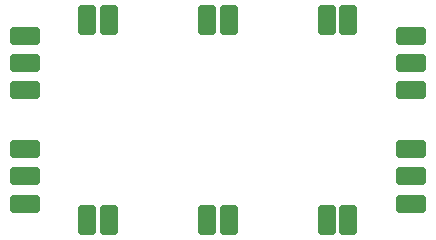
<source format=gtp>
%TF.GenerationSoftware,KiCad,Pcbnew,(6.0.4-0)*%
%TF.CreationDate,2022-05-02T21:47:31-07:00*%
%TF.ProjectId,hcms_dot_display_top,68636d73-5f64-46f7-945f-646973706c61,rev?*%
%TF.SameCoordinates,Original*%
%TF.FileFunction,Paste,Top*%
%TF.FilePolarity,Positive*%
%FSLAX46Y46*%
G04 Gerber Fmt 4.6, Leading zero omitted, Abs format (unit mm)*
G04 Created by KiCad (PCBNEW (6.0.4-0)) date 2022-05-02 21:47:31*
%MOMM*%
%LPD*%
G01*
G04 APERTURE LIST*
G04 Aperture macros list*
%AMRoundRect*
0 Rectangle with rounded corners*
0 $1 Rounding radius*
0 $2 $3 $4 $5 $6 $7 $8 $9 X,Y pos of 4 corners*
0 Add a 4 corners polygon primitive as box body*
4,1,4,$2,$3,$4,$5,$6,$7,$8,$9,$2,$3,0*
0 Add four circle primitives for the rounded corners*
1,1,$1+$1,$2,$3*
1,1,$1+$1,$4,$5*
1,1,$1+$1,$6,$7*
1,1,$1+$1,$8,$9*
0 Add four rect primitives between the rounded corners*
20,1,$1+$1,$2,$3,$4,$5,0*
20,1,$1+$1,$4,$5,$6,$7,0*
20,1,$1+$1,$6,$7,$8,$9,0*
20,1,$1+$1,$8,$9,$2,$3,0*%
G04 Aperture macros list end*
%ADD10RoundRect,0.150000X-0.600000X-1.100000X0.600000X-1.100000X0.600000X1.100000X-0.600000X1.100000X0*%
%ADD11RoundRect,0.150000X1.100000X-0.600000X1.100000X0.600000X-1.100000X0.600000X-1.100000X-0.600000X0*%
G04 APERTURE END LIST*
D10*
X149210000Y-114530000D03*
X151010000Y-114530000D03*
X159360000Y-114530000D03*
X161160000Y-114530000D03*
X169510000Y-114530000D03*
X171310000Y-114530000D03*
D11*
X143940000Y-98985000D03*
X143940000Y-101285000D03*
X143940000Y-103585000D03*
X143940000Y-108585000D03*
X143940000Y-110885000D03*
X143940000Y-113185000D03*
X176580000Y-113185000D03*
X176580000Y-110885000D03*
X176580000Y-108585000D03*
X176580000Y-103585000D03*
X176580000Y-101285000D03*
X176580000Y-98985000D03*
D10*
X149210000Y-97640000D03*
X151010000Y-97640000D03*
X159360000Y-97640000D03*
X161160000Y-97640000D03*
X169510000Y-97640000D03*
X171310000Y-97640000D03*
M02*

</source>
